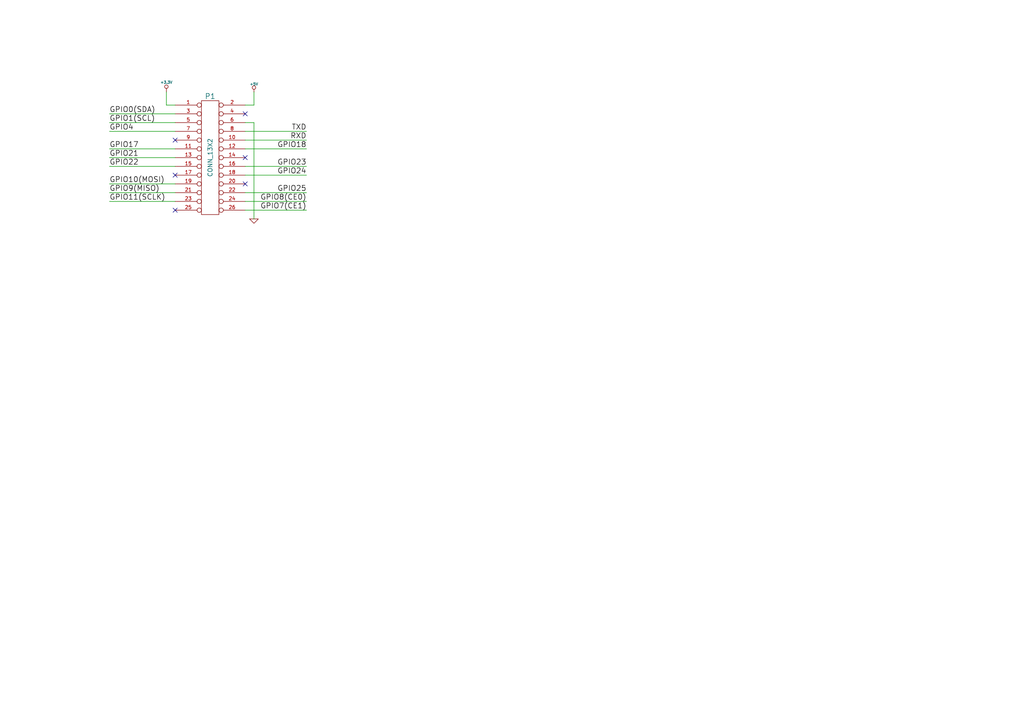
<source format=kicad_sch>
(kicad_sch (version 20230121) (generator eeschema)
  (paper "A4")
  (title_block (date "15 nov 2012"))
  (lib_symbols
    (symbol "raspberrypi-gpio-rescue:+3.3V" (power) (pin_names (offset 0))
      (property "Value" "+3.3V" (at 0 2.794 0))
      (symbol "+3.3V_0_0"
        (pin power_in line (at 0 0 90) (length 0) hide (name "+3.3V") (number "1"))
      )
      (symbol "+3.3V_0_1"
        (polyline (pts (xy 0 0) (xy 0 1.016) (xy 0 1.016)))
        (circle (center 0 1.524) (radius 0.508))
      )
    )
    (symbol "raspberrypi-gpio-rescue:+5V" (power) (pin_names (offset 1.016))
      (property "Value" "+5V" (at 0 2.286 0))
      (symbol "+5V_0_0"
        (pin power_in line (at 0 0 90) (length 0) hide (name "+5V") (number "1"))
      )
      (symbol "+5V_0_1"
        (polyline (pts (xy 0 0) (xy 0 0.762) (xy 0 0.762) (xy 0 0.762)))
        (circle (center 0 1.27) (radius 0.508))
      )
    )
    (symbol "raspberrypi-gpio-rescue:CONN_13X2" (pin_names (offset 0.254) hide)
      (property "Reference" "P" (at 0 17.78 0))
      (property "Value" "CONN_13X2" (at 0 0 90))
      (symbol "CONN_13X2_0_1"
        (rectangle (start -2.54 16.51) (end 2.54 -16.51))
      )
      (symbol "CONN_13X2_1_1"
        (pin passive inverted (at -10.16 15.24 0) (length 7.62) (name "P1") (number "1"))
        (pin passive inverted (at 10.16 5.08 180) (length 7.62) (name "P10") (number "10"))
        (pin passive inverted (at -10.16 2.54 0) (length 7.62) (name "P11") (number "11"))
        (pin passive inverted (at 10.16 2.54 180) (length 7.62) (name "P12") (number "12"))
        (pin passive inverted (at -10.16 0 0) (length 7.62) (name "P13") (number "13"))
        (pin passive inverted (at 10.16 0 180) (length 7.62) (name "P14") (number "14"))
        (pin passive inverted (at -10.16 -2.54 0) (length 7.62) (name "P15") (number "15"))
        (pin passive inverted (at 10.16 -2.54 180) (length 7.62) (name "P16") (number "16"))
        (pin passive inverted (at -10.16 -5.08 0) (length 7.62) (name "P17") (number "17"))
        (pin passive inverted (at 10.16 -5.08 180) (length 7.62) (name "P18") (number "18"))
        (pin passive inverted (at -10.16 -7.62 0) (length 7.62) (name "P19") (number "19"))
        (pin passive inverted (at 10.16 15.24 180) (length 7.62) (name "P2") (number "2"))
        (pin passive inverted (at 10.16 -7.62 180) (length 7.62) (name "P20") (number "20"))
        (pin passive inverted (at -10.16 -10.16 0) (length 7.62) (name "P21") (number "21"))
        (pin passive inverted (at 10.16 -10.16 180) (length 7.62) (name "P22") (number "22"))
        (pin passive inverted (at -10.16 -12.7 0) (length 7.62) (name "P23") (number "23"))
        (pin passive inverted (at 10.16 -12.7 180) (length 7.62) (name "P20") (number "24"))
        (pin passive inverted (at -10.16 -15.24 0) (length 7.62) (name "P24") (number "25"))
        (pin passive inverted (at 10.16 -15.24 180) (length 7.62) (name "P22") (number "26"))
        (pin passive inverted (at -10.16 12.7 0) (length 7.62) (name "P3") (number "3"))
        (pin passive inverted (at 10.16 12.7 180) (length 7.62) (name "P4") (number "4"))
        (pin passive inverted (at -10.16 10.16 0) (length 7.62) (name "P5") (number "5"))
        (pin passive inverted (at 10.16 10.16 180) (length 7.62) (name "P6") (number "6"))
        (pin passive inverted (at -10.16 7.62 0) (length 7.62) (name "P7") (number "7"))
        (pin passive inverted (at 10.16 7.62 180) (length 7.62) (name "P8") (number "8"))
        (pin passive inverted (at -10.16 5.08 0) (length 7.62) (name "P9") (number "9"))
      )
    )
    (symbol "raspberrypi-gpio-rescue:GND" (power) (pin_names (offset 0))
      (symbol "GND_0_1"
        (polyline (pts (xy -1.27 0) (xy 0 -1.27) (xy 1.27 0) (xy -1.27 0)))
      )
      (symbol "GND_1_1"
        (pin power_in line (at 0 0 90) (length 0) hide (name "GND") (number "1"))
      )
    )
  )
  (no_connect (at 50.8 50.8))
  (no_connect (at 71.12 53.34))
  (no_connect (at 50.8 60.96))
  (no_connect (at 71.12 45.72))
  (no_connect (at 71.12 33.02))
  (no_connect (at 50.8 40.64))
  (wire (pts (xy 48.26 30.48) (xy 50.8 30.48)))
  (wire (pts (xy 50.8 35.56) (xy 31.75 35.56)))
  (wire (pts (xy 71.12 40.64) (xy 88.9 40.64)))
  (wire (pts (xy 73.66 35.56) (xy 71.12 35.56)))
  (wire (pts (xy 71.12 50.8) (xy 88.9 50.8)))
  (wire (pts (xy 73.66 30.48) (xy 71.12 30.48)))
  (wire (pts (xy 50.8 43.18) (xy 31.75 43.18)))
  (wire (pts (xy 50.8 33.02) (xy 31.75 33.02)))
  (wire (pts (xy 50.8 48.26) (xy 31.75 48.26)))
  (wire (pts (xy 73.66 63.5) (xy 73.66 35.56)))
  (wire (pts (xy 50.8 58.42) (xy 31.75 58.42)))
  (wire (pts (xy 50.8 38.1) (xy 31.75 38.1)))
  (wire (pts (xy 71.12 38.1) (xy 88.9 38.1)))
  (wire (pts (xy 48.26 26.67) (xy 48.26 30.48)))
  (wire (pts (xy 50.8 55.88) (xy 31.75 55.88)))
  (wire (pts (xy 50.8 53.34) (xy 31.75 53.34)))
  (wire (pts (xy 71.12 48.26) (xy 88.9 48.26)))
  (wire (pts (xy 73.66 26.67) (xy 73.66 30.48)))
  (wire (pts (xy 71.12 60.96) (xy 88.9 60.96)))
  (wire (pts (xy 71.12 43.18) (xy 88.9 43.18)))
  (wire (pts (xy 71.12 55.88) (xy 88.9 55.88)))
  (wire (pts (xy 50.8 45.72) (xy 31.75 45.72)))
  (wire (pts (xy 71.12 58.42) (xy 88.9 58.42)))
  (label "GPIO7(CE1)" (at 88.9 60.96 180) (effects (font (size 1.524 1.524))))
  (label "RXD" (at 88.9 40.64 180) (effects (font (size 1.524 1.524))))
  (label "GPIO11(SCLK)" (at 31.75 58.42 0) (effects (font (size 1.524 1.524))))
  (label "GPIO23" (at 88.9 48.26 180) (effects (font (size 1.524 1.524))))
  (label "GPIO9(MISO)" (at 31.75 55.88 0) (effects (font (size 1.524 1.524))))
  (label "TXD" (at 88.9 38.1 180) (effects (font (size 1.524 1.524))))
  (label "GPIO21" (at 31.75 45.72 0) (effects (font (size 1.524 1.524))))
  (label "GPIO1(SCL)" (at 31.75 35.56 0) (effects (font (size 1.524 1.524))))
  (label "GPIO22" (at 31.75 48.26 0) (effects (font (size 1.524 1.524))))
  (label "GPIO24" (at 88.9 50.8 180) (effects (font (size 1.524 1.524))))
  (label "GPIO17" (at 31.75 43.18 0) (effects (font (size 1.524 1.524))))
  (label "GPIO25" (at 88.9 55.88 180) (effects (font (size 1.524 1.524))))
  (label "GPIO4" (at 31.75 38.1 0) (effects (font (size 1.524 1.524))))
  (label "GPIO18" (at 88.9 43.18 180) (effects (font (size 1.524 1.524))))
  (label "GPIO10(MOSI)" (at 31.75 53.34 0) (effects (font (size 1.524 1.524))))
  (label "GPIO0(SDA)" (at 31.75 33.02 0) (effects (font (size 1.524 1.524))))
  (label "GPIO8(CE0)" (at 88.9 58.42 180) (effects (font (size 1.524 1.524))))
  (symbol (lib_id "raspberrypi-gpio-rescue:CONN_13X2") (at 60.96 45.72 0) (unit 1)
    (property "Reference" "P1" (at 60.96 27.94 0) (effects (font (size 1.524 1.524))))
    (property "Value" "CONN_13X2" (at 60.96 45.72 90))
  )
  (symbol (lib_id "raspberrypi-gpio-rescue:+3.3V") (at 48.26 26.67 0) (unit 1)
    (property "Reference" "#PWR01" (effects hide))
    (property "Value" "+3.3V" (at 48.26 23.876 0) (effects (font (size 0.762 0.762))))
  )
  (symbol (lib_id "raspberrypi-gpio-rescue:+5V") (at 73.66 26.67 0) (unit 1)
    (property "Reference" "#PWR02" (effects hide))
    (property "Value" "+5V" (at 73.66 24.384 0) (effects (font (size 0.762 0.762))))
  )
  (symbol (lib_id "raspberrypi-gpio-rescue:GND") (at 73.66 63.5 0) (unit 1)
    (property "Reference" "#PWR03" (effects hide))
    (property "Value" "GND" (effects hide))
  )
)
</source>
